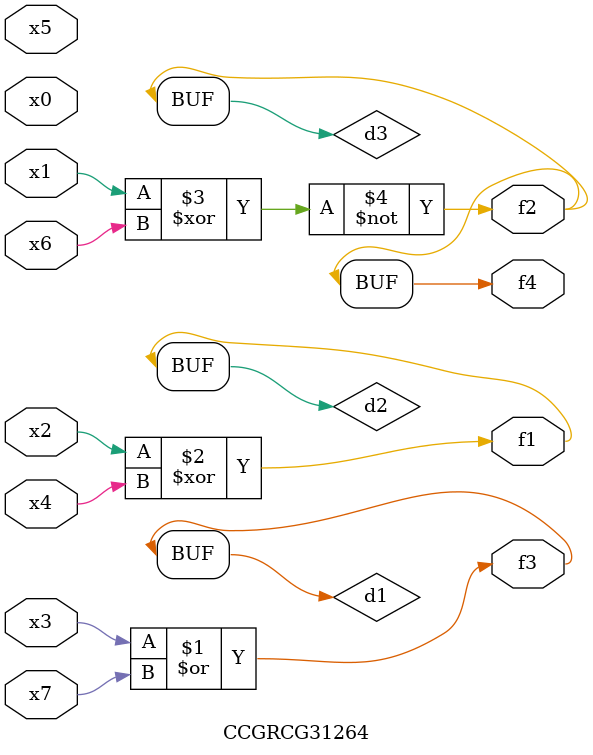
<source format=v>
module CCGRCG31264(
	input x0, x1, x2, x3, x4, x5, x6, x7,
	output f1, f2, f3, f4
);

	wire d1, d2, d3;

	or (d1, x3, x7);
	xor (d2, x2, x4);
	xnor (d3, x1, x6);
	assign f1 = d2;
	assign f2 = d3;
	assign f3 = d1;
	assign f4 = d3;
endmodule

</source>
